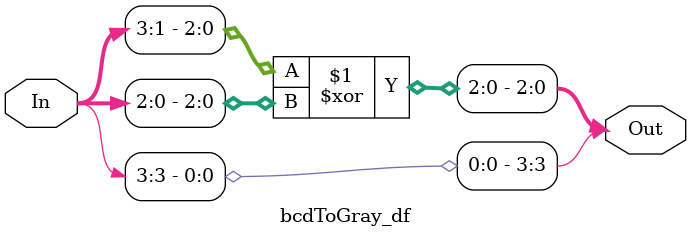
<source format=v>
module bcdToGray_df(Out, In);
  input [3:0]In;
  output [3:0]Out;
  assign  Out[3] = In[3],
          Out[2:0] = In[3:1] ^ In[2:0];
endmodule

</source>
